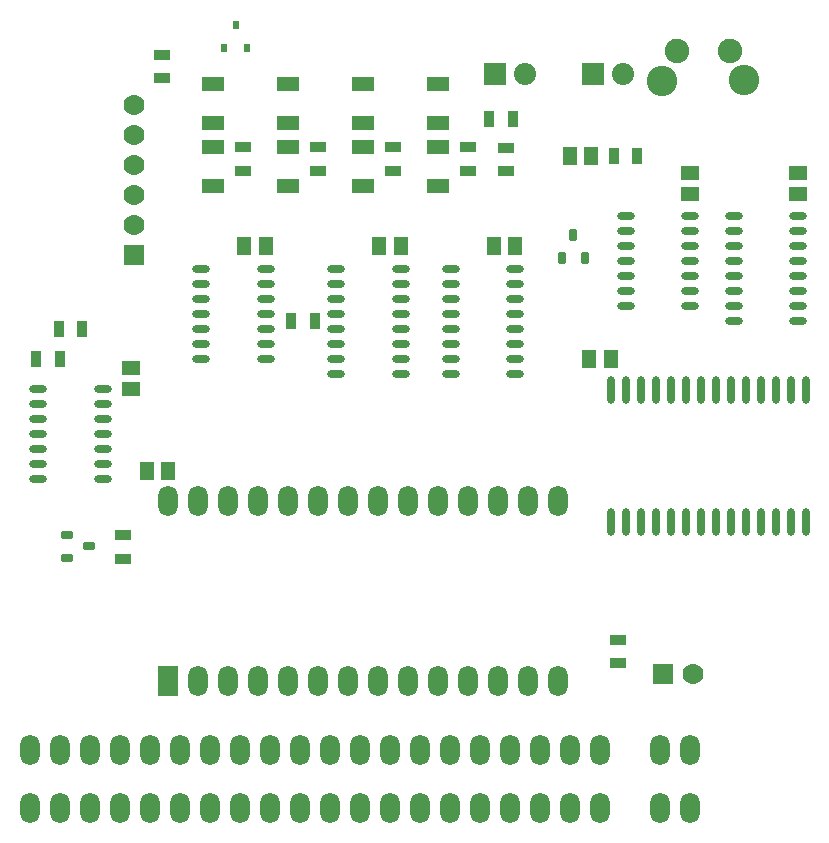
<source format=gts>
G04*
G04 #@! TF.GenerationSoftware,Altium Limited,Altium Designer,20.2.6 (244)*
G04*
G04 Layer_Color=8388736*
%FSLAX25Y25*%
%MOIN*%
G70*
G04*
G04 #@! TF.SameCoordinates,4BF73655-697D-4C1E-89EC-0D8241B82C52*
G04*
G04*
G04 #@! TF.FilePolarity,Negative*
G04*
G01*
G75*
%ADD26R,0.07189X0.05024*%
%ADD27O,0.06008X0.02661*%
%ADD28R,0.04827X0.06008*%
G04:AMPARAMS|DCode=29|XSize=26.61mil|YSize=42.36mil|CornerRadius=7.4mil|HoleSize=0mil|Usage=FLASHONLY|Rotation=270.000|XOffset=0mil|YOffset=0mil|HoleType=Round|Shape=RoundedRectangle|*
%AMROUNDEDRECTD29*
21,1,0.02661,0.02756,0,0,270.0*
21,1,0.01181,0.04236,0,0,270.0*
1,1,0.01480,-0.01378,-0.00591*
1,1,0.01480,-0.01378,0.00591*
1,1,0.01480,0.01378,0.00591*
1,1,0.01480,0.01378,-0.00591*
%
%ADD29ROUNDEDRECTD29*%
%ADD30R,0.03252X0.05417*%
%ADD31R,0.05417X0.03252*%
%ADD32O,0.02661X0.09158*%
%ADD33R,0.02268X0.03055*%
%ADD34R,0.06008X0.04827*%
G04:AMPARAMS|DCode=35|XSize=26.61mil|YSize=42.36mil|CornerRadius=7.4mil|HoleSize=0mil|Usage=FLASHONLY|Rotation=0.000|XOffset=0mil|YOffset=0mil|HoleType=Round|Shape=RoundedRectangle|*
%AMROUNDEDRECTD35*
21,1,0.02661,0.02756,0,0,0.0*
21,1,0.01181,0.04236,0,0,0.0*
1,1,0.01480,0.00591,-0.01378*
1,1,0.01480,-0.00591,-0.01378*
1,1,0.01480,-0.00591,0.01378*
1,1,0.01480,0.00591,0.01378*
%
%ADD35ROUNDEDRECTD35*%
%ADD36C,0.06992*%
%ADD37R,0.06992X0.06992*%
%ADD38O,0.06598X0.10142*%
%ADD39R,0.06598X0.10142*%
%ADD40C,0.08173*%
%ADD41C,0.10142*%
%ADD42C,0.07386*%
%ADD43R,0.07386X0.07386*%
%ADD44O,0.06598X0.10142*%
%ADD45R,0.06992X0.06992*%
D26*
X117500Y227992D02*
D03*
Y215000D02*
D03*
X142500Y215000D02*
D03*
Y227992D02*
D03*
X92500Y215000D02*
D03*
Y227992D02*
D03*
X67500Y215000D02*
D03*
Y227992D02*
D03*
X142500Y236004D02*
D03*
Y248996D02*
D03*
X117500Y236004D02*
D03*
Y248996D02*
D03*
X92500Y236004D02*
D03*
Y248996D02*
D03*
X67500Y236004D02*
D03*
Y248996D02*
D03*
D27*
X241043Y205000D02*
D03*
Y200000D02*
D03*
Y195000D02*
D03*
Y190000D02*
D03*
Y185000D02*
D03*
Y180000D02*
D03*
Y175000D02*
D03*
Y170000D02*
D03*
X262500Y205000D02*
D03*
Y200000D02*
D03*
Y195000D02*
D03*
Y190000D02*
D03*
Y185000D02*
D03*
Y180000D02*
D03*
Y175000D02*
D03*
Y170000D02*
D03*
X63543Y187500D02*
D03*
Y182500D02*
D03*
Y177500D02*
D03*
Y172500D02*
D03*
Y167500D02*
D03*
Y162500D02*
D03*
Y157500D02*
D03*
X85000Y187500D02*
D03*
Y182500D02*
D03*
Y177500D02*
D03*
Y172500D02*
D03*
Y167500D02*
D03*
Y162500D02*
D03*
Y157500D02*
D03*
X146772Y187500D02*
D03*
X146772Y182500D02*
D03*
X146772Y177500D02*
D03*
Y172500D02*
D03*
Y167500D02*
D03*
Y162500D02*
D03*
X146772Y157500D02*
D03*
X146772Y152500D02*
D03*
X168228Y187500D02*
D03*
Y182500D02*
D03*
Y177500D02*
D03*
Y172500D02*
D03*
Y167500D02*
D03*
Y162500D02*
D03*
Y157500D02*
D03*
Y152500D02*
D03*
X226457Y175000D02*
D03*
Y180000D02*
D03*
Y185000D02*
D03*
Y190000D02*
D03*
Y195000D02*
D03*
Y200000D02*
D03*
Y205000D02*
D03*
X205000Y175000D02*
D03*
Y180000D02*
D03*
Y185000D02*
D03*
Y190000D02*
D03*
Y195000D02*
D03*
Y200000D02*
D03*
Y205000D02*
D03*
X30728Y117500D02*
D03*
Y122500D02*
D03*
X30728Y127500D02*
D03*
X30728Y132500D02*
D03*
X30728Y137500D02*
D03*
X30728Y142500D02*
D03*
Y147500D02*
D03*
X9272Y117500D02*
D03*
Y122500D02*
D03*
X9272Y127500D02*
D03*
X9272Y132500D02*
D03*
X9272Y137500D02*
D03*
X9272Y142500D02*
D03*
X9272Y147500D02*
D03*
X130000Y152500D02*
D03*
Y157500D02*
D03*
Y162500D02*
D03*
Y167500D02*
D03*
Y172500D02*
D03*
Y177500D02*
D03*
Y182500D02*
D03*
Y187500D02*
D03*
X108543Y152500D02*
D03*
Y157500D02*
D03*
Y162500D02*
D03*
Y167500D02*
D03*
Y172500D02*
D03*
Y177500D02*
D03*
Y182500D02*
D03*
Y187500D02*
D03*
D28*
X85000Y195000D02*
D03*
X77913D02*
D03*
X161142D02*
D03*
X168228D02*
D03*
X122913D02*
D03*
X130000D02*
D03*
X45413Y120000D02*
D03*
X52500D02*
D03*
X192913Y157500D02*
D03*
X200000D02*
D03*
X193543Y225000D02*
D03*
X186457D02*
D03*
D29*
X18760Y98638D02*
D03*
Y91158D02*
D03*
X26240Y95000D02*
D03*
D30*
X23937Y167500D02*
D03*
X16063D02*
D03*
X16437Y157500D02*
D03*
X8563D02*
D03*
X167374Y237500D02*
D03*
X159500D02*
D03*
X93563Y170000D02*
D03*
X101437D02*
D03*
X208937Y225000D02*
D03*
X201063D02*
D03*
D31*
X50492Y258937D02*
D03*
Y251063D02*
D03*
X165000Y220000D02*
D03*
Y227874D02*
D03*
X202500Y56063D02*
D03*
Y63937D02*
D03*
X152500Y220118D02*
D03*
Y227992D02*
D03*
X127500Y220118D02*
D03*
Y227992D02*
D03*
X102500Y220118D02*
D03*
Y227992D02*
D03*
X77500Y220118D02*
D03*
Y227992D02*
D03*
X37500Y98638D02*
D03*
Y90764D02*
D03*
D32*
X265000Y146949D02*
D03*
X260000D02*
D03*
X255000Y146949D02*
D03*
X250000Y146949D02*
D03*
X245000D02*
D03*
X240000D02*
D03*
X235000D02*
D03*
X230000D02*
D03*
X225000D02*
D03*
X220000Y146949D02*
D03*
X215000Y146949D02*
D03*
X210000D02*
D03*
X205000D02*
D03*
X200000D02*
D03*
X265000Y103051D02*
D03*
X260000D02*
D03*
X255000Y103051D02*
D03*
X250000Y103051D02*
D03*
X245000D02*
D03*
X240000D02*
D03*
X235000D02*
D03*
X230000Y103051D02*
D03*
X225000Y103051D02*
D03*
X220000Y103051D02*
D03*
X215000Y103051D02*
D03*
X210000D02*
D03*
X205000Y103051D02*
D03*
X200000Y103051D02*
D03*
D33*
X71260Y261063D02*
D03*
X78740D02*
D03*
X75000Y268937D02*
D03*
D34*
X40000Y154587D02*
D03*
Y147500D02*
D03*
X226457Y219587D02*
D03*
Y212500D02*
D03*
X262500Y219587D02*
D03*
Y212500D02*
D03*
D35*
X187500Y198740D02*
D03*
X191342Y191260D02*
D03*
X183862D02*
D03*
D36*
X227500Y52500D02*
D03*
X41200Y242000D02*
D03*
X41200Y232000D02*
D03*
X41200Y202000D02*
D03*
Y212000D02*
D03*
X41200Y222000D02*
D03*
D37*
X217500Y52500D02*
D03*
D38*
X182500Y110000D02*
D03*
X172500D02*
D03*
X162500D02*
D03*
X152500D02*
D03*
X142500D02*
D03*
X132500D02*
D03*
X122500D02*
D03*
X112500D02*
D03*
X102500D02*
D03*
X92500D02*
D03*
X82500D02*
D03*
X72500D02*
D03*
X62500D02*
D03*
X52500D02*
D03*
X182500Y50000D02*
D03*
X172500D02*
D03*
X162500D02*
D03*
X152500D02*
D03*
X142500D02*
D03*
X132500D02*
D03*
X122500D02*
D03*
X112500D02*
D03*
X102500D02*
D03*
X92500D02*
D03*
X82500D02*
D03*
X72500D02*
D03*
X62500D02*
D03*
D39*
X52500D02*
D03*
D40*
X222000Y260000D02*
D03*
X239717D02*
D03*
D41*
X217059Y250197D02*
D03*
X244657Y250500D02*
D03*
D42*
X171500Y252500D02*
D03*
X204000D02*
D03*
D43*
X161500D02*
D03*
X194000D02*
D03*
D44*
X6378Y7874D02*
D03*
X226378D02*
D03*
X216378D02*
D03*
X196378D02*
D03*
X186378D02*
D03*
X176378D02*
D03*
X166378D02*
D03*
X156378D02*
D03*
X146378D02*
D03*
X136378D02*
D03*
X126378D02*
D03*
X116378D02*
D03*
X106378D02*
D03*
X96378D02*
D03*
X86378D02*
D03*
X76378D02*
D03*
X66378D02*
D03*
X56378D02*
D03*
X46378D02*
D03*
X36378D02*
D03*
X26378D02*
D03*
X16378D02*
D03*
X226378Y26969D02*
D03*
X156378D02*
D03*
X146378D02*
D03*
X136378D02*
D03*
X126378D02*
D03*
X116378D02*
D03*
X106378D02*
D03*
X96378D02*
D03*
X86378D02*
D03*
X76378D02*
D03*
X66378D02*
D03*
X56378D02*
D03*
X46378D02*
D03*
X36378D02*
D03*
X26378D02*
D03*
X16378D02*
D03*
X166378D02*
D03*
X176378D02*
D03*
X186378D02*
D03*
X196378D02*
D03*
X216378D02*
D03*
X6378D02*
D03*
D45*
X41200Y192000D02*
D03*
M02*

</source>
